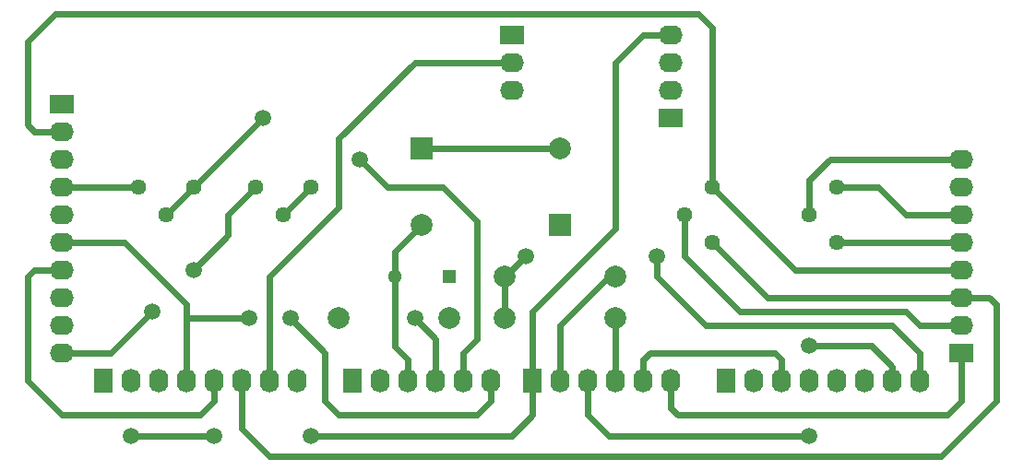
<source format=gbr>
G04 #@! TF.GenerationSoftware,KiCad,Pcbnew,(5.1.9-0-10_14)*
G04 #@! TF.CreationDate,2020-12-29T17:03:32+01:00*
G04 #@! TF.ProjectId,Attentuator Board V2,41747465-6e74-4756-9174-6f7220426f61,2.1*
G04 #@! TF.SameCoordinates,Original*
G04 #@! TF.FileFunction,Copper,L2,Bot*
G04 #@! TF.FilePolarity,Positive*
%FSLAX46Y46*%
G04 Gerber Fmt 4.6, Leading zero omitted, Abs format (unit mm)*
G04 Created by KiCad (PCBNEW (5.1.9-0-10_14)) date 2020-12-29 17:03:32*
%MOMM*%
%LPD*%
G01*
G04 APERTURE LIST*
G04 #@! TA.AperFunction,ComponentPad*
%ADD10O,1.740000X2.200000*%
G04 #@! TD*
G04 #@! TA.AperFunction,ComponentPad*
%ADD11R,1.740000X2.200000*%
G04 #@! TD*
G04 #@! TA.AperFunction,ComponentPad*
%ADD12O,2.200000X1.740000*%
G04 #@! TD*
G04 #@! TA.AperFunction,ComponentPad*
%ADD13R,2.200000X1.740000*%
G04 #@! TD*
G04 #@! TA.AperFunction,ComponentPad*
%ADD14C,1.440000*%
G04 #@! TD*
G04 #@! TA.AperFunction,ComponentPad*
%ADD15C,2.000000*%
G04 #@! TD*
G04 #@! TA.AperFunction,ComponentPad*
%ADD16R,2.000000X2.000000*%
G04 #@! TD*
G04 #@! TA.AperFunction,ComponentPad*
%ADD17R,1.300000X1.300000*%
G04 #@! TD*
G04 #@! TA.AperFunction,ComponentPad*
%ADD18C,1.300000*%
G04 #@! TD*
G04 #@! TA.AperFunction,ComponentPad*
%ADD19C,1.998980*%
G04 #@! TD*
G04 #@! TA.AperFunction,ViaPad*
%ADD20C,1.500000*%
G04 #@! TD*
G04 #@! TA.AperFunction,Conductor*
%ADD21C,0.600000*%
G04 #@! TD*
G04 APERTURE END LIST*
D10*
X139700000Y-107315000D03*
X137160000Y-107315000D03*
X134620000Y-107315000D03*
X132080000Y-107315000D03*
X129540000Y-107315000D03*
D11*
X127000000Y-107315000D03*
D10*
X156210000Y-107315000D03*
X153670000Y-107315000D03*
X151130000Y-107315000D03*
X148590000Y-107315000D03*
X146050000Y-107315000D03*
D11*
X143510000Y-107315000D03*
D10*
X119380000Y-107315000D03*
X121920000Y-107315000D03*
X116840000Y-107315000D03*
X114300000Y-107315000D03*
X111760000Y-107315000D03*
X109220000Y-107315000D03*
X106680000Y-107315000D03*
D11*
X104140000Y-107315000D03*
D10*
X176530000Y-107315000D03*
X179070000Y-107315000D03*
X173990000Y-107315000D03*
X171450000Y-107315000D03*
X168910000Y-107315000D03*
X166370000Y-107315000D03*
X163830000Y-107315000D03*
D11*
X161290000Y-107315000D03*
D12*
X182880000Y-89535000D03*
X182880000Y-86995000D03*
X182880000Y-92075000D03*
X182880000Y-94615000D03*
X182880000Y-97155000D03*
X182880000Y-99695000D03*
X182880000Y-102235000D03*
D13*
X182880000Y-104775000D03*
D12*
X156210000Y-75565000D03*
X156210000Y-78105000D03*
X156210000Y-80645000D03*
D13*
X156210000Y-83185000D03*
D12*
X141605000Y-80645000D03*
X141605000Y-78105000D03*
D13*
X141605000Y-75565000D03*
D12*
X100330000Y-104775000D03*
X100330000Y-102235000D03*
X100330000Y-97155000D03*
X100330000Y-99695000D03*
X100330000Y-94615000D03*
X100330000Y-92075000D03*
X100330000Y-89535000D03*
X100330000Y-86995000D03*
X100330000Y-84455000D03*
D13*
X100330000Y-81915000D03*
D14*
X118110000Y-89535000D03*
X120650000Y-92075000D03*
X123190000Y-89535000D03*
X107315000Y-89535000D03*
X109855000Y-92075000D03*
X112395000Y-89535000D03*
X171450000Y-89535000D03*
X168910000Y-92075000D03*
X171450000Y-94615000D03*
X160020000Y-89535000D03*
X157480000Y-92075000D03*
X160020000Y-94615000D03*
D15*
X133350000Y-93035000D03*
D16*
X133350000Y-86035000D03*
D15*
X146050000Y-86035000D03*
D16*
X146050000Y-93035000D03*
D17*
X135890000Y-97790000D03*
D18*
X130890000Y-97790000D03*
D19*
X135890000Y-101600000D03*
X125730000Y-101600000D03*
X140970000Y-101600000D03*
X151130000Y-101600000D03*
X140970000Y-97790000D03*
X151130000Y-97790000D03*
D20*
X118745000Y-83185000D03*
X123190000Y-112395000D03*
X114300000Y-112395000D03*
X106680000Y-112395000D03*
X127635000Y-86995000D03*
X121285000Y-101600000D03*
X117475000Y-101600000D03*
X108585000Y-100965000D03*
X112395000Y-97155000D03*
X168910000Y-112395000D03*
X168910000Y-104140000D03*
X142875000Y-95885000D03*
X154940000Y-95885000D03*
X132715000Y-101600000D03*
D21*
X130890000Y-95495000D02*
X133350000Y-93035000D01*
X130890000Y-97790000D02*
X130890000Y-95495000D01*
X132080000Y-107315000D02*
X132080000Y-105410000D01*
X130890000Y-104220000D02*
X130890000Y-97790000D01*
X132080000Y-105410000D02*
X130890000Y-104220000D01*
X120650000Y-92075000D02*
X123190000Y-89535000D01*
X109855000Y-92075000D02*
X112395000Y-89535000D01*
X112395000Y-89535000D02*
X118745000Y-83185000D01*
X143510000Y-107315000D02*
X143510000Y-100965000D01*
X143510000Y-100965000D02*
X151130000Y-93345000D01*
X151130000Y-93345000D02*
X151130000Y-78105000D01*
X153670000Y-75565000D02*
X156210000Y-75565000D01*
X151130000Y-78105000D02*
X153670000Y-75565000D01*
X143510000Y-107315000D02*
X143510000Y-110490000D01*
X143510000Y-110490000D02*
X141605000Y-112395000D01*
X141605000Y-112395000D02*
X123190000Y-112395000D01*
X114300000Y-112395000D02*
X106680000Y-112395000D01*
X137160000Y-107315000D02*
X137160000Y-104775000D01*
X137160000Y-104775000D02*
X138430000Y-103505000D01*
X138430000Y-103505000D02*
X138430000Y-92710000D01*
X138430000Y-92710000D02*
X135255000Y-89535000D01*
X135255000Y-89535000D02*
X130175000Y-89535000D01*
X130175000Y-89535000D02*
X127635000Y-86995000D01*
X160020000Y-89535000D02*
X167640000Y-97155000D01*
X167640000Y-97155000D02*
X182880000Y-97155000D01*
X160020000Y-89535000D02*
X160020000Y-74930000D01*
X160020000Y-74930000D02*
X158750000Y-73660000D01*
X158750000Y-73660000D02*
X99695000Y-73660000D01*
X99695000Y-73660000D02*
X97155000Y-76200000D01*
X97155000Y-76200000D02*
X97155000Y-83820000D01*
X97790000Y-84455000D02*
X100330000Y-84455000D01*
X97155000Y-83820000D02*
X97790000Y-84455000D01*
X160020000Y-94615000D02*
X165100000Y-99695000D01*
X165100000Y-99695000D02*
X182880000Y-99695000D01*
X116840000Y-107315000D02*
X116840000Y-111760000D01*
X116840000Y-111760000D02*
X119380000Y-114300000D01*
X119380000Y-114300000D02*
X180975000Y-114300000D01*
X180975000Y-114300000D02*
X186055000Y-109220000D01*
X186055000Y-109220000D02*
X186055000Y-100330000D01*
X185420000Y-99695000D02*
X182880000Y-99695000D01*
X186055000Y-100330000D02*
X185420000Y-99695000D01*
X104140000Y-89535000D02*
X107315000Y-89535000D01*
X100330000Y-89535000D02*
X104140000Y-89535000D01*
X106045000Y-94615000D02*
X100330000Y-94615000D01*
X111760000Y-100330000D02*
X106045000Y-94615000D01*
X139700000Y-107315000D02*
X139700000Y-109220000D01*
X139700000Y-109220000D02*
X138430000Y-110490000D01*
X138430000Y-110490000D02*
X125730000Y-110490000D01*
X125730000Y-110490000D02*
X124460000Y-109220000D01*
X124460000Y-109220000D02*
X124460000Y-105410000D01*
X124460000Y-105410000D02*
X124460000Y-104775000D01*
X124460000Y-104775000D02*
X121285000Y-101600000D01*
X117475000Y-101600000D02*
X111760000Y-101600000D01*
X111760000Y-101600000D02*
X111760000Y-100330000D01*
X111760000Y-107315000D02*
X111760000Y-101600000D01*
X114300000Y-107315000D02*
X114300000Y-109220000D01*
X114300000Y-109220000D02*
X113030000Y-110490000D01*
X113030000Y-110490000D02*
X100330000Y-110490000D01*
X100330000Y-110490000D02*
X97155000Y-107315000D01*
X97155000Y-107315000D02*
X97155000Y-97790000D01*
X97790000Y-97155000D02*
X100330000Y-97155000D01*
X97155000Y-97790000D02*
X97790000Y-97155000D01*
X100330000Y-104775000D02*
X104775000Y-104775000D01*
X104775000Y-104775000D02*
X108585000Y-100965000D01*
X112395000Y-97155000D02*
X115570000Y-93980000D01*
X115570000Y-92075000D02*
X118110000Y-89535000D01*
X115570000Y-93980000D02*
X115570000Y-92075000D01*
X141605000Y-78105000D02*
X132715000Y-78105000D01*
X132715000Y-78105000D02*
X125730000Y-85090000D01*
X125730000Y-85090000D02*
X125730000Y-91440000D01*
X119380000Y-97790000D02*
X119380000Y-107315000D01*
X125730000Y-91440000D02*
X119380000Y-97790000D01*
X171450000Y-94615000D02*
X182880000Y-94615000D01*
X153670000Y-107315000D02*
X153670000Y-105410000D01*
X153670000Y-105410000D02*
X154305000Y-104775000D01*
X154305000Y-104775000D02*
X165735000Y-104775000D01*
X166370000Y-105410000D02*
X166370000Y-107315000D01*
X165735000Y-104775000D02*
X166370000Y-105410000D01*
X168910000Y-112395000D02*
X150495000Y-112395000D01*
X148590000Y-110490000D02*
X148590000Y-107315000D01*
X150495000Y-112395000D02*
X148590000Y-110490000D01*
X176530000Y-107315000D02*
X176530000Y-106045000D01*
X176530000Y-106045000D02*
X174625000Y-104140000D01*
X174625000Y-104140000D02*
X168910000Y-104140000D01*
X171450000Y-89535000D02*
X175260000Y-89535000D01*
X177800000Y-92075000D02*
X182880000Y-92075000D01*
X175260000Y-89535000D02*
X177800000Y-92075000D01*
X140970000Y-97790000D02*
X140970000Y-101600000D01*
X140970000Y-97790000D02*
X142875000Y-95885000D01*
X154940000Y-97790000D02*
X154940000Y-95885000D01*
X159385000Y-102235000D02*
X154940000Y-97790000D01*
X176530000Y-102235000D02*
X159385000Y-102235000D01*
X179070000Y-104775000D02*
X176530000Y-102235000D01*
X179070000Y-107315000D02*
X179070000Y-104775000D01*
X134620000Y-107315000D02*
X134620000Y-103505000D01*
X134620000Y-103505000D02*
X132715000Y-101600000D01*
X182880000Y-104775000D02*
X182880000Y-109220000D01*
X182880000Y-109220000D02*
X181610000Y-110490000D01*
X181610000Y-110490000D02*
X156845000Y-110490000D01*
X156210000Y-109855000D02*
X156210000Y-107315000D01*
X156845000Y-110490000D02*
X156210000Y-109855000D01*
X151130000Y-101600000D02*
X151130000Y-107315000D01*
X151130000Y-97790000D02*
X150495000Y-97790000D01*
X146050000Y-102235000D02*
X146050000Y-107315000D01*
X150495000Y-97790000D02*
X146050000Y-102235000D01*
X168910000Y-92075000D02*
X168910000Y-88900000D01*
X170815000Y-86995000D02*
X182880000Y-86995000D01*
X168910000Y-88900000D02*
X170815000Y-86995000D01*
X157480000Y-92075000D02*
X157480000Y-95885000D01*
X182880000Y-102235000D02*
X179070000Y-102235000D01*
X179070000Y-102235000D02*
X177800000Y-100965000D01*
X162560000Y-100965000D02*
X157480000Y-95885000D01*
X177800000Y-100965000D02*
X162560000Y-100965000D01*
X133350000Y-86035000D02*
X146050000Y-86035000D01*
M02*

</source>
